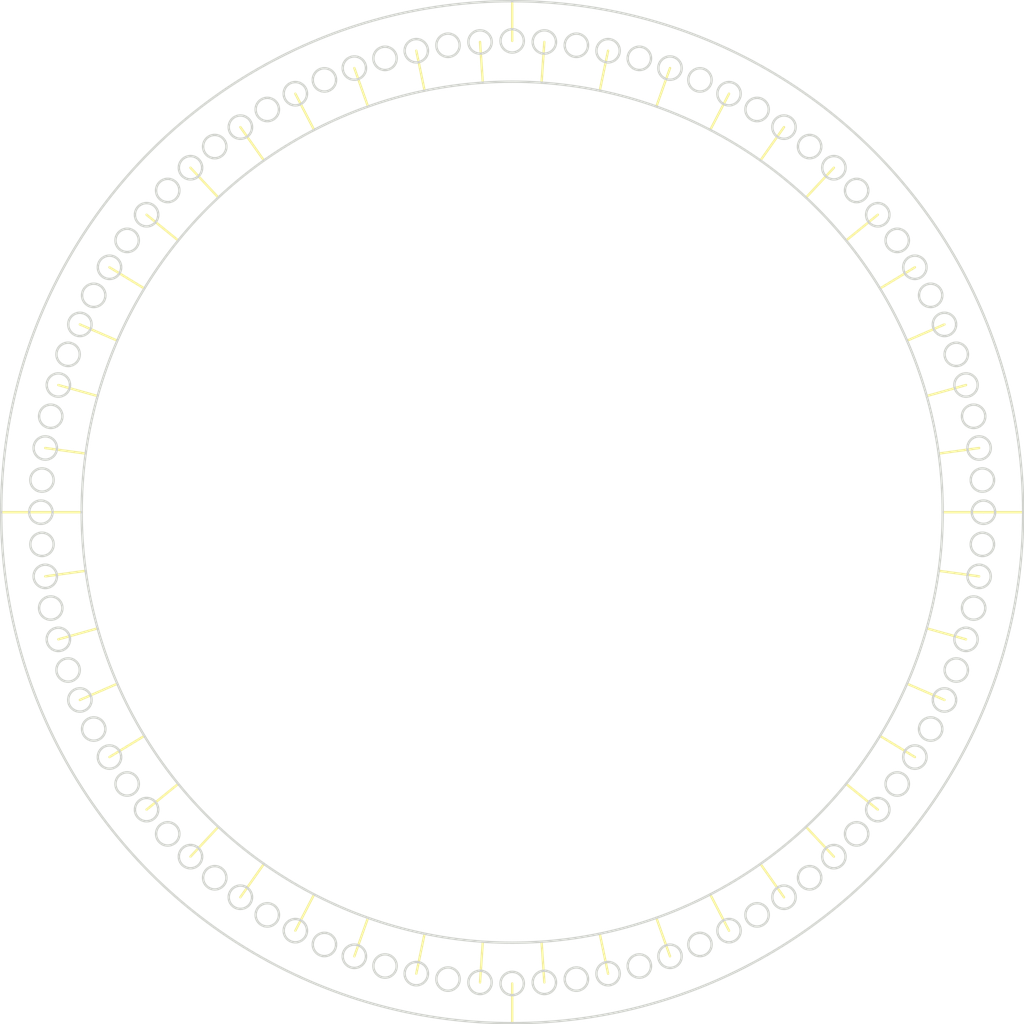
<source format=kicad_pcb>
(kicad_pcb (version 20211014) (generator pcbnew)

  (general
    (thickness 1.6)
  )

  (paper "A4")
  (layers
    (0 "F.Cu" signal)
    (31 "B.Cu" signal)
    (32 "B.Adhes" user "B.Adhesive")
    (33 "F.Adhes" user "F.Adhesive")
    (34 "B.Paste" user)
    (35 "F.Paste" user)
    (36 "B.SilkS" user "B.Silkscreen")
    (37 "F.SilkS" user "F.Silkscreen")
    (38 "B.Mask" user)
    (39 "F.Mask" user)
    (40 "Dwgs.User" user "User.Drawings")
    (41 "Cmts.User" user "User.Comments")
    (42 "Eco1.User" user "User.Eco1")
    (43 "Eco2.User" user "User.Eco2")
    (44 "Edge.Cuts" user)
    (45 "Margin" user)
    (46 "B.CrtYd" user "B.Courtyard")
    (47 "F.CrtYd" user "F.Courtyard")
    (48 "B.Fab" user)
    (49 "F.Fab" user)
    (50 "User.1" user)
    (51 "User.2" user)
    (52 "User.3" user)
    (53 "User.4" user)
    (54 "User.5" user)
    (55 "User.6" user)
    (56 "User.7" user)
    (57 "User.8" user)
    (58 "User.9" user)
  )

  (setup
    (pad_to_mask_clearance 0)
    (pcbplotparams
      (layerselection 0x00010fc_ffffffff)
      (disableapertmacros false)
      (usegerberextensions true)
      (usegerberattributes false)
      (usegerberadvancedattributes false)
      (creategerberjobfile false)
      (svguseinch false)
      (svgprecision 6)
      (excludeedgelayer true)
      (plotframeref false)
      (viasonmask false)
      (mode 1)
      (useauxorigin false)
      (hpglpennumber 1)
      (hpglpenspeed 20)
      (hpglpendiameter 15.000000)
      (dxfpolygonmode true)
      (dxfimperialunits true)
      (dxfusepcbnewfont true)
      (psnegative false)
      (psa4output false)
      (plotreference true)
      (plotvalue false)
      (plotinvisibletext false)
      (sketchpadsonfab false)
      (subtractmaskfromsilk true)
      (outputformat 1)
      (mirror false)
      (drillshape 0)
      (scaleselection 1)
      (outputdirectory "1.45_holes")
    )
  )

  (net 0 "")

  (gr_line (start 129.249722 116.881602) (end 127.283294 118.48141) (layer "F.SilkS") (width 0.15) (tstamp 005fbe64-ebc8-4f48-81e4-f57d6e2b7ab8))
  (gr_line (start 179.285 100) (end 181.75 100) (layer "F.SilkS") (width 0.15) (tstamp 0959ae75-d822-4512-98d7-d6795deeb4d3))
  (gr_line (start 148.174515 126.687639) (end 148.00152 129.216729) (layer "F.SilkS") (width 0.15) (tstamp 0b5cd06e-8bef-469c-951f-1af30a29969e))
  (gr_line (start 176.500849 96.357542) (end 179.012237 96.012359) (layer "F.SilkS") (width 0.15) (tstamp 0db22771-6639-44b3-bf97-36f97d8c2477))
  (gr_line (start 125.464597 110.657229) (end 123.139467 111.667175) (layer "F.SilkS") (width 0.15) (tstamp 0ea497eb-6b90-4339-bdc6-d7fca82fd6f0))
  (gr_line (start 150 70.715) (end 150 68.25) (layer "F.SilkS") (width 0.15) (tstamp 1843d87c-c16a-4bc1-bfbc-4755e8878a76))
  (gr_line (start 174.535402 110.657229) (end 176.860532 111.667175) (layer "F.SilkS") (width 0.15) (tstamp 1c5afca2-5d04-4b86-b827-22355296df08))
  (gr_line (start 148.174515 73.31236) (end 148.00152 70.78327) (layer "F.SilkS") (width 0.15) (tstamp 20ce5f3d-96b9-4a74-bfec-4155102dfd35))
  (gr_line (start 124.241962 92.782936) (end 121.800967 92.099001) (layer "F.SilkS") (width 0.15) (tstamp 2507c6fa-6044-45ed-a228-20464c0884a5))
  (gr_line (start 124.241962 107.217063) (end 121.800967 107.900998) (layer "F.SilkS") (width 0.15) (tstamp 274b934a-a32e-4f21-9ffa-6e851fb7d45a))
  (gr_line (start 120.715 100) (end 118.25 100) (layer "F.SilkS") (width 0.15) (tstamp 43ff8e09-5a14-4bd2-99d9-07f6710ba1e4))
  (gr_line (start 131.741703 80.450137) (end 130.011431 78.597468) (layer "F.SilkS") (width 0.15) (tstamp 50452bbb-8900-48aa-afa1-11f4fa7e0ead))
  (gr_line (start 151.825484 126.687639) (end 151.998479 129.216729) (layer "F.SilkS") (width 0.15) (tstamp 53ce2783-7388-4db5-8717-511a8dc2bd3b))
  (gr_line (start 165.426198 78.146055) (end 166.888083 76.075036) (layer "F.SilkS") (width 0.15) (tstamp 5916e614-27e2-47bf-9024-f74a1027116e))
  (gr_line (start 155.442448 126.190499) (end 155.958209 128.672477) (layer "F.SilkS") (width 0.15) (tstamp 67550f39-4bb4-453b-a075-5c598e33bbb6))
  (gr_line (start 168.258296 80.450137) (end 169.988568 78.597468) (layer "F.SilkS") (width 0.15) (tstamp 6803fe13-84e3-47d6-a13a-c9aea4a8f043))
  (gr_line (start 176.500849 103.642457) (end 179.012237 103.98764) (layer "F.SilkS") (width 0.15) (tstamp 69bf9486-a2d8-4746-b726-65144ddb9f94))
  (gr_line (start 172.855719 86.101129) (end 175.021672 84.783984) (layer "F.SilkS") (width 0.15) (tstamp 7414085c-8f6a-404c-b532-7c20925c9d3a))
  (gr_line (start 158.958029 74.79452) (end 159.806949 72.405888) (layer "F.SilkS") (width 0.15) (tstamp 786bf7ad-c702-4c16-878b-6c7c32d29e87))
  (gr_line (start 172.855719 113.89887) (end 175.021672 115.216015) (layer "F.SilkS") (width 0.15) (tstamp 7892f5ea-6835-4f03-97ff-95f25c2c2998))
  (gr_line (start 123.49915 103.642457) (end 120.987762 103.98764) (layer "F.SilkS") (width 0.15) (tstamp 78cc6ae6-3d32-4b28-89e1-93b526d3090d))
  (gr_line (start 134.573801 78.146055) (end 133.111916 76.075036) (layer "F.SilkS") (width 0.15) (tstamp 7f54309a-478e-4dd3-a451-86a6abb653e1))
  (gr_line (start 170.750277 83.118397) (end 172.716705 81.518589) (layer "F.SilkS") (width 0.15) (tstamp 82ff07a2-7ac1-4ba8-91fb-434ddd1991e9))
  (gr_line (start 151.825484 73.31236) (end 151.998479 70.78327) (layer "F.SilkS") (width 0.15) (tstamp 8449854a-8608-4477-aa1a-e8821eaf3c55))
  (gr_line (start 123.49915 96.357542) (end 120.987762 96.012359) (layer "F.SilkS") (width 0.15) (tstamp 8924c45b-4608-4ca2-b03a-60bcfebdc8d0))
  (gr_line (start 144.557551 73.8095) (end 144.04179 71.327522) (layer "F.SilkS") (width 0.15) (tstamp 8a498136-c132-4102-b239-07bc42c794fd))
  (gr_line (start 162.306739 123.750929) (end 163.473004 126.001718) (layer "F.SilkS") (width 0.15) (tstamp 91c0d742-e13b-4e4d-8ebc-52e133b9f24e))
  (gr_line (start 127.14428 86.101129) (end 124.978327 84.783984) (layer "F.SilkS") (width 0.15) (tstamp 93eb88ea-4421-46d6-9766-d071ec78b3b9))
  (gr_line (start 125.464597 89.34277) (end 123.139467 88.332824) (layer "F.SilkS") (width 0.15) (tstamp a0a3ef51-e8e4-4eae-8b4c-0c18f9cdafdb))
  (gr_line (start 165.426198 121.853944) (end 166.888083 123.924963) (layer "F.SilkS") (width 0.15) (tstamp a5490aee-27f0-4c47-9e3b-d66f339107ca))
  (gr_line (start 137.69326 123.750929) (end 136.526995 126.001718) (layer "F.SilkS") (width 0.15) (tstamp a6b6fab7-179b-477c-9c40-9190b2133d94))
  (gr_line (start 144.557551 126.190499) (end 144.04179 128.672477) (layer "F.SilkS") (width 0.15) (tstamp a92d3974-30ce-4cff-a010-1791045ddb2d))
  (gr_line (start 170.750277 116.881602) (end 172.716705 118.48141) (layer "F.SilkS") (width 0.15) (tstamp b1aca9b9-d5cf-4f65-85d5-9cc06bdb4da6))
  (gr_line (start 127.14428 113.89887) (end 124.978327 115.216015) (layer "F.SilkS") (width 0.15) (tstamp b422a87b-93ff-4ff5-a2d8-18fd38fa5584))
  (gr_line (start 134.573801 121.853944) (end 133.111916 123.924963) (layer "F.SilkS") (width 0.15) (tstamp b7bb3d18-56b8-41e3-a2fa-d52066176c83))
  (gr_line (start 175.758037 107.217063) (end 178.199032 107.900998) (layer "F.SilkS") (width 0.15) (tstamp bd815ee2-be91-4a96-81ca-54d3145dd405))
  (gr_line (start 129.249722 83.118397) (end 127.283294 81.518589) (layer "F.SilkS") (width 0.15) (tstamp c026e306-4134-4a84-98bb-db04cff94f40))
  (gr_line (start 162.306739 76.24907) (end 163.473004 73.998281) (layer "F.SilkS") (width 0.15) (tstamp c0bca691-694e-4f03-9184-5003bed06b56))
  (gr_line (start 141.04197 74.79452) (end 140.19305 72.405888) (layer "F.SilkS") (width 0.15) (tstamp c405ffac-c106-477d-80aa-ab9376a62e28))
  (gr_line (start 123.25 100) (end 120.715 100) (layer "F.SilkS") (width 0.15) (tstamp c50ae848-1e61-46cb-a856-707c8875fba5))
  (gr_line (start 137.69326 76.24907) (end 136.526995 73.998281) (layer "F.SilkS") (width 0.15) (tstamp c6278e0d-da51-4165-894c-c4ca8d0e47e7))
  (gr_line (start 150 129.285) (end 150 131.75) (layer "F.SilkS") (width 0.15) (tstamp dff4e8b4-8afd-4bf1-94e4-d21385180f34))
  (gr_line (start 168.258296 119.549862) (end 169.988568 121.402531) (layer "F.SilkS") (width 0.15) (tstamp e542227f-378f-4ce5-b1f1-c959cc207dc1))
  (gr_line (start 155.442448 73.8095) (end 155.958209 71.327522) (layer "F.SilkS") (width 0.15) (tstamp e70f9854-a0b9-4d53-9c3c-ce217572784c))
  (gr_line (start 141.04197 125.205479) (end 140.19305 127.594111) (layer "F.SilkS") (width 0.15) (tstamp ec60b0aa-5e3b-41d2-a4eb-8c2de95aac2e))
  (gr_line (start 175.758037 92.782936) (end 178.199032 92.099001) (layer "F.SilkS") (width 0.15) (tstamp eca2227f-6ea5-454d-a64b-6c1d4b827a8b))
  (gr_line (start 158.958029 125.205479) (end 159.806949 127.594111) (layer "F.SilkS") (width 0.15) (tstamp f343d22e-9adb-42b3-a5c3-2d113540d676))
  (gr_line (start 176.75 100) (end 179.285 100) (layer "F.SilkS") (width 0.15) (tstamp f3947724-7b9a-43c2-9208-20e7768b63e3))
  (gr_line (start 174.535402 89.34277) (end 176.860532 88.332824) (layer "F.SilkS") (width 0.15) (tstamp f8daca75-3d3b-41d7-911f-539742e73e3b))
  (gr_line (start 131.741703 119.549862) (end 130.011431 121.402531) (layer "F.SilkS") (width 0.15) (tstamp fa5fbccf-73d9-4e06-9e86-4cb8e10604af))
  (gr_circle (center 179.012237 96.012359) (end 179.737237 96.012359) (layer "Edge.Cuts") (width 0.15) (fill none) (tstamp 004c8d47-87fc-4ad0-a3d7-fc675ae0e1a2))
  (gr_circle (center 121.327522 94.04179) (end 122.052522 94.04179) (layer "Edge.Cuts") (width 0.15) (fill none) (tstamp 00d6af0f-41f0-49fe-9d37-8894b75483fc))
  (gr_circle (center 163.473004 126.001718) (end 164.198004 126.001718) (layer "Edge.Cuts") (width 0.15) (fill none) (tstamp 017e319f-4d03-4d64-b8e8-79f755de5fc7))
  (gr_circle (center 128.597468 80.011431) (end 129.322468 80.011431) (layer "Edge.Cuts") (width 0.15) (fill none) (tstamp 019869ab-f590-45fa-a933-09ebf7937101))
  (gr_circle (center 133.111916 123.924963) (end 133.836916 123.924963) (layer "Edge.Cuts") (width 0.15) (fill none) (tstamp 03b85403-af96-462a-af07-c557b7c47065))
  (gr_circle (center 138.332824 126.860532) (end 139.057824 126.860532) (layer "Edge.Cuts") (width 0.15) (fill none) (tstamp 04de5229-67b6-4762-a98a-5ae066f75c8a))
  (gr_circle (center 177.594111 109.806949) (end 178.319111 109.806949) (layer "Edge.Cuts") (width 0.15) (fill none) (tstamp 05a031c2-5016-44e2-acb8-cc536a2951bd))
  (gr_circle (center 169.988568 121.402531) (end 170.713568 121.402531) (layer "Edge.Cuts") (width 0.15) (fill none) (tstamp 089ed756-62be-4001-8b85-94180d482956))
  (gr_circle (center 150 100) (end 181.75 100) (layer "Edge.Cuts") (width 0.15) (fill none) (tstamp 0b13038d-76ae-4142-a9c3-efb0299dc732))
  (gr_circle (center 176.001718 113.473004) (end 176.726718 113.473004) (layer "Edge.Cuts") (width 0.15) (fill none) (tstamp 0ba6fe8f-c395-4df8-aa56-b288356c8a39))
  (gr_circle (center 172.716705 81.518589) (end 173.441705 81.518589) (layer "Edge.Cuts") (width 0.15) (fill none) (tstamp 0e04bc3e-c1a1-4b05-a77f-5fde168630bf))
  (gr_circle (center 178.199032 107.900998) (end 178.924032 107.900998) (layer "Edge.Cuts") (width 0.15) (fill none) (tstamp 1036e58f-fa4c-4718-a3a6-03ce43efaaed))
  (gr_circle (center 151.998479 70.78327) (end 152.723479 70.78327) (layer "Edge.Cuts") (width 0.15) (fill none) (tstamp 12d853b2-4442-4ac1-94bd-b92ca0160311))
  (gr_circle (center 120.78327 101.998479) (end 121.50827 101.998479) (layer "Edge.Cuts") (width 0.15) (fill none) (tstamp 1336792b-baa4-475a-ba62-449dd31aef11))
  (gr_circle (center 178.199032 92.099001) (end 178.924032 92.099001) (layer "Edge.Cuts") (width 0.15) (fill none) (tstamp 1553b90e-9a01-41ce-80b4-b5ecc487bb51))
  (gr_circle (center 173.924963 83.111916) (end 174.649963 83.111916) (layer "Edge.Cuts") (width 0.15) (fill none) (tstamp 16754be4-d287-4a6b-9e51-1b8047b0d77f))
  (gr_circle (center 166.888083 76.075036) (end 167.613083 76.075036) (layer "Edge.Cuts") (width 0.15) (fill none) (tstamp 172f49b1-31da-436c-a3b0-1cd8e756605d))
  (gr_circle (center 121.800967 107.900998) (end 122.525967 107.900998) (layer "Edge.Cuts") (width 0.15) (fill none) (tstamp 1c75faf6-28aa-4fd8-bb2a-c440ad2f5081))
  (gr_circle (center 159.806949 72.405888) (end 160.531949 72.405888) (layer "Edge.Cuts") (width 0.15) (fill none) (tstamp 1cdada9e-4443-427d-93fa-7c5674f37354))
  (gr_circle (center 179.216729 101.998479) (end 179.941729 101.998479) (layer "Edge.Cuts") (width 0.15) (fill none) (tstamp 259c0176-8f1c-4d5e-ae0e-42b571d40572))
  (gr_circle (center 126.075036 83.111916) (end 126.800036 83.111916) (layer "Edge.Cuts") (width 0.15) (fill none) (tstamp 25eb0ce4-6e14-47e0-8325-97b3f1a62072))
  (gr_circle (center 120.987762 103.98764) (end 121.712762 103.98764) (layer "Edge.Cuts") (width 0.15) (fill none) (tstamp 299f7413-3e98-4bcb-8a2d-d7e00c1b8330))
  (gr_circle (center 134.783984 125.021672) (end 135.508984 125.021672) (layer "Edge.Cuts") (width 0.15) (fill none) (tstamp 33294753-e8d4-446c-bd55-70931518de44))
  (gr_circle (center 128.597468 119.988568) (end 129.322468 119.988568) (layer "Edge.Cuts") (width 0.15) (fill none) (tstamp 344a9bc1-42b5-4797-8ccb-6e2a254cda3b))
  (gr_circle (center 123.998281 86.526995) (end 124.723281 86.526995) (layer "Edge.Cuts") (width 0.15) (fill none) (tstamp 3cf6c733-907e-45ba-901e-e9d0caa6f6e4))
  (gr_circle (center 122.405888 109.806949) (end 123.130888 109.806949) (layer "Edge.Cuts") (width 0.15) (fill none) (tstamp 3f7c0f9c-bb6f-4d90-82c4-65a63cfffb02))
  (gr_circle (center 130.011431 78.597468) (end 130.736431 78.597468) (layer "Edge.Cuts") (width 0.15) (fill none) (tstamp 4016fffb-2ab9-4cb8-b334-0185849c79db))
  (gr_circle (center 150 70.715) (end 150.725 70.715) (layer "Edge.Cuts") (width 0.15) (fill none) (tstamp 430e4f4b-a5af-4195-b94f-d8c0570a4939))
  (gr_circle (center 179.216729 98.00152) (end 179.941729 98.00152) (layer "Edge.Cuts") (width 0.15) (fill none) (tstamp 44285ba8-3935-4255-b07b-f4f4332335a0))
  (gr_circle (center 155.958209 128.672477) (end 156.683209 128.672477) (layer "Edge.Cuts") (width 0.15) (fill none) (tstamp 46674ab0-e8d3-4935-bcbd-1bb49dad5520))
  (gr_circle (center 176.860532 111.667175) (end 177.585532 111.667175) (layer "Edge.Cuts") (width 0.15) (fill none) (tstamp 480470d2-7111-4218-bdb6-340839ad627d))
  (gr_circle (center 127.283294 118.48141) (end 128.008294 118.48141) (layer "Edge.Cuts") (width 0.15) (fill none) (tstamp 4e7ac12a-fb2f-418a-a9b5-d469bb366924))
  (gr_circle (center 120.78327 98.00152) (end 121.50827 98.00152) (layer "Edge.Cuts") (width 0.15) (fill none) (tstamp 4f67f16c-fdaf-4664-b4f8-f74f24da1189))
  (gr_circle (center 150 100) (end 176.75 100) (layer "Edge.Cuts") (width 0.15) (fill none) (tstamp 52d47c80-1309-4935-afbc-acd70dd11847))
  (gr_circle (center 173.924963 116.888083) (end 174.649963 116.888083) (layer "Edge.Cuts") (width 0.15) (fill none) (tstamp 55782857-8e5b-4cae-92cd-0d39f07c2298))
  (gr_circle (center 142.099001 71.800967) (end 142.824001 71.800967) (layer "Edge.Cuts") (width 0.15) (fill none) (tstamp 56029c16-e303-4df6-a2df-60b2578f2370))
  (gr_circle (center 155.958209 71.327522) (end 156.683209 71.327522) (layer "Edge.Cuts") (width 0.15) (fill none) (tstamp 560c8017-2f5b-4e01-8de6-647c96a9b371))
  (gr_circle (center 122.405888 90.19305) (end 123.130888 90.19305) (layer "Edge.Cuts") (width 0.15) (fill none) (tstamp 56213275-6151-4232-8d9d-76e7c43b427b))
  (gr_circle (center 140.19305 72.405888) (end 140.91805 72.405888) (layer "Edge.Cuts") (width 0.15) (fill none) (tstamp 580c801a-7b58-456f-afdc-9fe6c5fc783f))
  (gr_circle (center 131.518589 77.283294) (end 132.243589 77.283294) (layer "Edge.Cuts") (width 0.15) (fill none) (tstamp 5998c6e0-fa3a-4e83-8c82-e29ec7c4afa7))
  (gr_circle (center 121.327522 105.958209) (end 122.052522 105.958209) (layer "Edge.Cuts") (width 0.15) (fill none) (tstamp 5bdc4fe7-4d9e-4fb3-a8a1-ad223e128f63))
  (gr_circle (center 168.48141 77.283294) (end 169.20641 77.283294) (layer "Edge.Cuts") (width 0.15) (fill none) (tstamp 5fdb433f-461b-4527-8315-a3ca14459def))
  (gr_circle (center 161.667175 126.860532) (end 162.392175 126.860532) (layer "Edge.Cuts") (width 0.15) (fill none) (tstamp 61d4c331-9b6e-4ce8-94e7-562c63e36978))
  (gr_circle (center 157.900998 128.199032) (end 158.625998 128.199032) (layer "Edge.Cuts") (width 0.15) (fill none) (tstamp 65672e06-8c60-4022-834a-5ff343e6fa0a))
  (gr_circle (center 120.715 100) (end 121.44 100) (layer "Edge.Cuts") (width 0.15) (fill none) (tstamp 67b3c079-d96c-4871-8e7a-ef5cffa45b1e))
  (gr_circle (center 144.04179 71.327522) (end 144.76679 71.327522) (layer "Edge.Cuts") (width 0.15) (fill none) (tstamp 67baacfe-8c5b-4890-aca6-1f3f6a69385f))
  (gr_circle (center 153.98764 70.987762) (end 154.71264 70.987762) (layer "Edge.Cuts") (width 0.15) (fill none) (tstamp 69f7a4df-206b-4b24-89c0-014b676eb036))
  (gr_circle (center 171.402531 119.988568) (end 172.127531 119.988568) (layer "Edge.Cuts") (width 0.15) (fill none) (tstamp 6a7d92a3-437f-4851-bf7c-3be62c36fa4e))
  (gr_circle (center 144.04179 128.672477) (end 144.76679 128.672477) (layer "Edge.Cuts") (width 0.15) (fill none) (tstamp 722c436e-d274-4708-897c-93393e5b0d0f))
  (gr_circle (center 146.012359 129.012237) (end 146.737359 129.012237) (layer "Edge.Cuts") (width 0.15) (fill none) (tstamp 74a3e549-7162-4904-a816-c18c0c612c4a))
  (gr_circle (center 178.672477 94.04179) (end 179.397477 94.04179) (layer "Edge.Cuts") (width 0.15) (fill none) (tstamp 80777924-e21a-4a18-8918-71e0863bee3c))
  (gr_circle (center 179.285 100) (end 180.01 100) (layer "Edge.Cuts") (width 0.15) (fill none) (tstamp 81c82f39-7309-4631-a03e-8be5b59862c3))
  (gr_circle (center 157.900998 71.800967) (end 158.625998 71.800967) (layer "Edge.Cuts") (width 0.15) (fill none) (tstamp 8284793d-fe65-486f-bf62-b2c2494e0410))
  (gr_circle (center 153.98764 129.012237) (end 154.71264 129.012237) (layer "Edge.Cuts") (width 0.15) (fill none) (tstamp 83a79dd8-208d-4e93-8ff9-4148a5b474bc))
  (gr_circle (center 178.672477 105.958209) (end 179.397477 105.958209) (layer "Edge.Cuts") (width 0.15) (fill none) (tstamp 86dfecde-0ef3-4fce-a227-ffc1608fb831))
  (gr_circle (center 175.021672 115.216015) (end 175.746672 115.216015) (layer "Edge.Cuts") (width 0.15) (fill none) (tstamp 899d0489-1753-4992-9126-f65023d637dd))
  (gr_circle (center 172.716705 118.48141) (end 173.441705 118.48141) (layer "Edge.Cuts") (width 0.15) (fill none) (tstamp 8c3c1abc-f2c3-49be-be14-ae6b7a227fa6))
  (gr_circle (center 121.800967 92.099001) (end 122.525967 92.099001) (layer "Edge.Cuts") (width 0.15) (fill none) (tstamp a1598bee-7aa6-4365-a4f3-fd726839913b))
  (gr_circle (center 176.001718 86.526995) (end 176.726718 86.526995) (layer "Edge.Cuts") (width 0.15) (fill none) (tstamp a5fe6be9-19f3-4c32-a345-6737bf3751ae))
  (gr_circle (center 163.473004 73.998281) (end 164.198004 73.998281) (layer "Edge.Cuts") (width 0.15) (fill none) (tstamp a86fc261-6dcc-4286-874b-9fb21e66d468))
  (gr_circle (center 138.332824 73.139467) (end 139.057824 73.139467) (layer "Edge.Cuts") (width 0.15) (fill none) (tstamp a8f7118d-4708-4cd2-a915-b5d413453712))
  (gr_circle (center 136.526995 73.998281) (end 137.251995 73.998281) (layer "Edge.Cuts") (width 0.15) (fill none) (tstamp aa3c4722-3f0c-48e1-a034-c0f99fa990bb))
  (gr_circle (center 134.783984 74.978327) (end 135.508984 74.978327) (layer "Edge.Cuts") (width 0.15) (fill none) (tstamp af6ad1e8-0655-4b5d-a0b7-8b149e369b99))
  (gr_circle (center 126.075036 116.888083) (end 126.800036 116.888083) (layer "Edge.Cuts") (width 0.15) (fill none) (tstamp afc98114-20dc-4a9d-be3f-267554d8a170))
  (gr_circle (center 127.283294 81.518589) (end 128.008294 81.518589) (layer "Edge.Cuts") (width 0.15) (fill none) (tstamp b2e294c1-8047-43b1-a4fd-85749afdfaad))
  (gr_circle (center 142.099001 128.199032) (end 142.824001 128.199032) (layer "Edge.Cuts") (width 0.15) (fill none) (tstamp b5f736ea-7687-4963-b714-dad7a85f03cf))
  (gr_circle (center 123.139467 88.332824) (end 123.864467 88.332824) (layer "Edge.Cuts") (width 0.15) (fill none) (tstamp b737fd36-2b4e-4732-ab5e-e0f7687a7d43))
  (gr_circle (center 123.998281 113.473004) (end 124.723281 113.473004) (layer "Edge.Cuts") (width 0.15) (fill none) (tstamp b86d8793-863d-451d-ba5a-f8a0000b8b46))
  (gr_circle (center 123.139467 111.667175) (end 123.864467 111.667175) (layer "Edge.Cuts") (width 0.15) (fill none) (tstamp b97c5f28-552c-46bb-93bd-caa5a7ad0681))
  (gr_circle (center 146.012359 70.987762) (end 146.737359 70.987762) (layer "Edge.Cuts") (width 0.15) (fill none) (tstamp bc76463f-6b9c-44ac-b922-5c14fdbf7523))
  (gr_circle (center 131.518589 122.716705) (end 132.243589 122.716705) (layer "Edge.Cuts") (width 0.15) (fill none) (tstamp bf7b8e02-23e5-4e4f-98e5-97be468d3ef1))
  (gr_circle (center 124.978327 115.216015) (end 125.703327 115.216015) (layer "Edge.Cuts") (width 0.15) (fill none) (tstamp bf803e7a-df84-47c6-8fc3-3c5fd2f29556))
  (gr_circle (center 159.806949 127.594111) (end 160.531949 127.594111) (layer "Edge.Cuts") (width 0.15) (fill none) (tstamp c0b68ab7-30c6-46b5-897c-ea31aceee164))
  (gr_circle (center 124.978327 84.783984) (end 125.703327 84.783984) (layer "Edge.Cuts") (width 0.15) (fill none) (tstamp ca2d9e53-7193-49b1-aa27-05e27b1a248d))
  (gr_circle (center 171.402531 80.011431) (end 172.127531 80.011431) (layer "Edge.Cuts") (width 0.15) (fill none) (tstamp ce128afa-3900-4971-951e-da9001e1b749))
  (gr_circle (center 177.594111 90.19305) (end 178.319111 90.19305) (layer "Edge.Cuts") (width 0.15) (fill none) (tstamp cfceb65e-d318-436a-97ac-1d8c8de6435b))
  (gr_circle (center 179.012237 103.98764) (end 179.737237 103.98764) (layer "Edge.Cuts") (width 0.15) (fill none) (tstamp d84e7a21-a89b-4a9a-80b9-6824153b9abc))
  (gr_circle (center 165.216015 74.978327) (end 165.941015 74.978327) (layer "Edge.Cuts") (width 0.15) (fill none) (tstamp da8aadf6-dc62-4975-afe2-43f7f81f9474))
  (gr_circle (center 130.011431 121.402531) (end 130.736431 121.402531) (layer "Edge.Cuts") (width 0.15) (fill none) (tstamp de21f314-18ca-4b83-a3a8-55f49e014e41))
  (gr_circle (center 168.48141 122.716705) (end 169.20641 122.716705) (layer "Edge.Cuts") (width 0.15) (fill none) (tstamp dec0286d-ee00-454b-90fa-ab79a4ef710a))
  (gr_circle (center 136.526995 126.001718) (end 137.251995 126.001718) (layer "Edge.Cuts") (width 0.15) (fill none) (tstamp e29e2e80-742f-4b02-a41b-8760413db7dd))
  (gr_circle (center 169.988568 78.597468) (end 170.713568 78.597468) (layer "Edge.Cuts") (width 0.15) (fill none) (tstamp e2e92cad-1f8f-4032-b02c-41d098e37d7f))
  (gr_circle (center 176.860532 88.332824) (end 177.585532 88.332824) (layer "Edge.Cuts") (width 0.15) (fill none) (tstamp e498c5f7-2f6a-46e7-b808-6b31c37034dc))
  (gr_circle (center 148.00152 129.216729) (end 148.72652 129.216729) (layer "Edge.Cuts") (width 0.15) (fill none) (tstamp ebdf1602-05db-4ec5-a2ee-48722bde571b))
  (gr_circle (center 166.888083 123.924963) (end 167.613083 123.924963) (layer "Edge.Cuts") (width 0.15) (fill none) (tstamp efdb4b7f-3875-4060-ba6d-8b50a1d96339))
  (gr_circle (center 133.111916 76.075036) (end 133.836916 76.075036) (layer "Edge.Cuts") (width 0.15) (fill none) (tstamp f2a55ac9-c750-4d6c-a1d4-21728c4d2712))
  (gr_circle (center 161.667175 73.139467) (end 162.392175 73.139467) (layer "Edge.Cuts") (width 0.15) (fill none) (tstamp f2b5278e-31db-4591-bea4-ecb546193239))
  (gr_circle (center 120.987762 96.012359) (end 121.712762 96.012359) (layer "Edge.Cuts") (width 0.15) (fill none) (tstamp f303de29-4977-47a0-b536-bf41a2884e3a))
  (gr_circle (center 175.021672 84.783984) (end 175.746672 84.783984) (layer "Edge.Cuts") (width 0.15) (fill none) (tstamp f6147ca2-c61b-4bc9-af6c-82eab2a0d736))
  (gr_circle (center 140.19305 127.594111) (end 140.91805 127.594111) (layer "Edge.Cuts") (width 0.15) (fill none) (tstamp f7edb3fa-47b8-4800-90ce-9506b9834426))
  (gr_circle (center 148.00152 70.78327) (end 148.72652 70.78327) (layer "Edge.Cuts") (width 0.15) (fill none) (tstamp f949258b-8d49-4f5a-974f-93a888a408c6))
  (gr_circle (center 150 129.285) (end 150.725 129.285) (layer "Edge.Cuts") (width 0.15) (fill none) (tstamp f953233f-74e4-477a-914a-6e99632e2b03))
  (gr_circle (center 165.216015 125.021672) (end 165.941015 125.021672) (layer "Edge.Cuts") (width 0.15) (fill none) (tstamp fbe7e80b-83a4-4472-b15d-d6b634aa5234))
  (gr_circle (center 151.998479 129.216729) (end 152.723479 129.216729) (layer "Edge.Cuts") (width 0.15) (fill none) (tstamp fe0b9bf1-d4f6-46f1-a1b3-424f799afadf))

)

</source>
